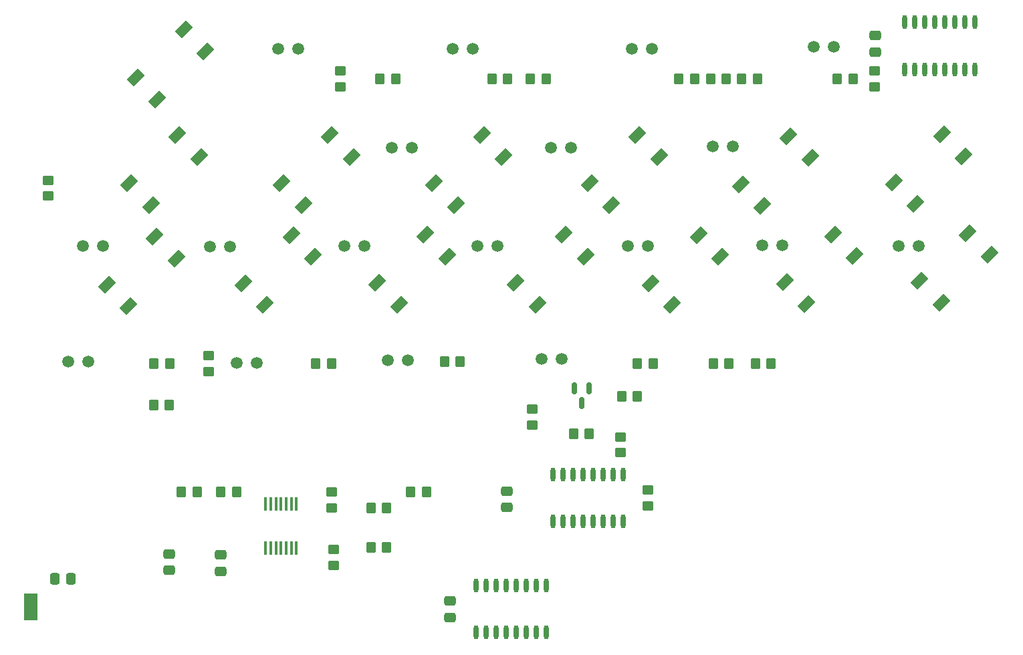
<source format=gbr>
%TF.GenerationSoftware,KiCad,Pcbnew,6.0.10+dfsg-1~bpo11+1*%
%TF.CreationDate,2023-03-07T10:26:52+00:00*%
%TF.ProjectId,CoverUI,436f7665-7255-4492-9e6b-696361645f70,rev?*%
%TF.SameCoordinates,Original*%
%TF.FileFunction,Paste,Top*%
%TF.FilePolarity,Positive*%
%FSLAX46Y46*%
G04 Gerber Fmt 4.6, Leading zero omitted, Abs format (unit mm)*
G04 Created by KiCad (PCBNEW 6.0.10+dfsg-1~bpo11+1) date 2023-03-07 10:26:52*
%MOMM*%
%LPD*%
G01*
G04 APERTURE LIST*
G04 Aperture macros list*
%AMRoundRect*
0 Rectangle with rounded corners*
0 $1 Rounding radius*
0 $2 $3 $4 $5 $6 $7 $8 $9 X,Y pos of 4 corners*
0 Add a 4 corners polygon primitive as box body*
4,1,4,$2,$3,$4,$5,$6,$7,$8,$9,$2,$3,0*
0 Add four circle primitives for the rounded corners*
1,1,$1+$1,$2,$3*
1,1,$1+$1,$4,$5*
1,1,$1+$1,$6,$7*
1,1,$1+$1,$8,$9*
0 Add four rect primitives between the rounded corners*
20,1,$1+$1,$2,$3,$4,$5,0*
20,1,$1+$1,$4,$5,$6,$7,0*
20,1,$1+$1,$6,$7,$8,$9,0*
20,1,$1+$1,$8,$9,$2,$3,0*%
%AMRotRect*
0 Rectangle, with rotation*
0 The origin of the aperture is its center*
0 $1 length*
0 $2 width*
0 $3 Rotation angle, in degrees counterclockwise*
0 Add horizontal line*
21,1,$1,$2,0,0,$3*%
G04 Aperture macros list end*
%ADD10RoundRect,0.250000X0.350000X0.450000X-0.350000X0.450000X-0.350000X-0.450000X0.350000X-0.450000X0*%
%ADD11O,0.600000X1.800000*%
%ADD12R,0.400000X1.700000*%
%ADD13RoundRect,0.250000X0.450000X-0.350000X0.450000X0.350000X-0.450000X0.350000X-0.450000X-0.350000X0*%
%ADD14C,1.520000*%
%ADD15RotRect,2.000000X1.200000X45.000000*%
%ADD16RoundRect,0.250000X-0.350000X-0.450000X0.350000X-0.450000X0.350000X0.450000X-0.350000X0.450000X0*%
%ADD17RoundRect,0.250000X-0.450000X0.350000X-0.450000X-0.350000X0.450000X-0.350000X0.450000X0.350000X0*%
%ADD18RoundRect,0.250000X0.475000X-0.337500X0.475000X0.337500X-0.475000X0.337500X-0.475000X-0.337500X0*%
%ADD19RoundRect,0.150000X-0.150000X0.587500X-0.150000X-0.587500X0.150000X-0.587500X0.150000X0.587500X0*%
%ADD20RoundRect,0.250000X-0.337500X-0.475000X0.337500X-0.475000X0.337500X0.475000X-0.337500X0.475000X0*%
%ADD21R,1.700000X3.500000*%
G04 APERTURE END LIST*
D10*
%TO.C,R21*%
X84734400Y-114147600D03*
X82734400Y-114147600D03*
%TD*%
%TO.C,R15*%
X151231600Y-72796400D03*
X149231600Y-72796400D03*
%TD*%
D11*
%TO.C,U3*%
X133268800Y-128903200D03*
X134538800Y-128903200D03*
X135808800Y-128903200D03*
X137078800Y-128903200D03*
X138348800Y-128903200D03*
X139628800Y-128903200D03*
X140888800Y-128903200D03*
X142158800Y-128903200D03*
X142158800Y-122963200D03*
X140888800Y-122963200D03*
X139628800Y-122963200D03*
X138348800Y-122963200D03*
X137078800Y-122963200D03*
X135808800Y-122963200D03*
X134538800Y-122963200D03*
X133268800Y-122963200D03*
%TD*%
D12*
%TO.C,U5*%
X100801200Y-126635600D03*
X100151200Y-126635600D03*
X99501200Y-126635600D03*
X98851200Y-126635600D03*
X98201200Y-126635600D03*
X97551200Y-126635600D03*
X96901200Y-126635600D03*
X96901200Y-132235600D03*
X97551200Y-132235600D03*
X98201200Y-132235600D03*
X98851200Y-132235600D03*
X99501200Y-132235600D03*
X100151200Y-132235600D03*
X100801200Y-132235600D03*
%TD*%
D13*
%TO.C,R6*%
X105252000Y-127152400D03*
X105252000Y-125152400D03*
%TD*%
D14*
%TO.C,D1013*%
X159752000Y-93887000D03*
X162292000Y-93887000D03*
%TD*%
%TO.C,D1016*%
X93272000Y-108777000D03*
X95812000Y-108777000D03*
%TD*%
D11*
%TO.C,U2*%
X177820400Y-71600800D03*
X179090400Y-71600800D03*
X180360400Y-71600800D03*
X181630400Y-71600800D03*
X182900400Y-71600800D03*
X184180400Y-71600800D03*
X185440400Y-71600800D03*
X186710400Y-71600800D03*
X186710400Y-65660800D03*
X185440400Y-65660800D03*
X184180400Y-65660800D03*
X182900400Y-65660800D03*
X181630400Y-65660800D03*
X180360400Y-65660800D03*
X179090400Y-65660800D03*
X177820400Y-65660800D03*
%TD*%
D10*
%TO.C,R8*%
X112252000Y-127152400D03*
X110252000Y-127152400D03*
%TD*%
D13*
%TO.C,R3*%
X174056800Y-73796400D03*
X174056800Y-71796400D03*
%TD*%
D15*
%TO.C,SW12*%
X128577583Y-98648701D03*
X134658701Y-92567583D03*
X131335299Y-101406417D03*
X137416417Y-95325299D03*
%TD*%
D16*
%TO.C,R14*%
X130406400Y-72796400D03*
X132406400Y-72796400D03*
%TD*%
D17*
%TO.C,R17*%
X145288000Y-124898400D03*
X145288000Y-126898400D03*
%TD*%
D10*
%TO.C,R4*%
X144000000Y-113000000D03*
X142000000Y-113000000D03*
%TD*%
D18*
%TO.C,C3*%
X174091600Y-69414300D03*
X174091600Y-67339300D03*
%TD*%
D15*
%TO.C,SW5*%
X137917583Y-86048701D03*
X143998701Y-79967583D03*
X140675299Y-88806417D03*
X146756417Y-82725299D03*
%TD*%
D14*
%TO.C,D1005*%
X112852000Y-81577000D03*
X115392000Y-81577000D03*
%TD*%
D10*
%TO.C,R10*%
X155600400Y-108864400D03*
X153600400Y-108864400D03*
%TD*%
D16*
%TO.C,R25*%
X119564400Y-108661200D03*
X121564400Y-108661200D03*
%TD*%
D10*
%TO.C,R23*%
X84769200Y-108864400D03*
X82769200Y-108864400D03*
%TD*%
D13*
%TO.C,R30*%
X141884400Y-120160800D03*
X141884400Y-118160800D03*
%TD*%
D14*
%TO.C,D1012*%
X142742000Y-94007000D03*
X145282000Y-94007000D03*
%TD*%
D19*
%TO.C,Q1*%
X137906800Y-111990900D03*
X136006800Y-111990900D03*
X136956800Y-113865900D03*
%TD*%
D20*
%TO.C,C1001*%
X70214500Y-136152400D03*
X72289500Y-136152400D03*
%TD*%
D14*
%TO.C,D1002*%
X120632000Y-69037000D03*
X123172000Y-69037000D03*
%TD*%
%TO.C,D1006*%
X133062000Y-81527000D03*
X135602000Y-81527000D03*
%TD*%
D15*
%TO.C,SW8*%
X179707583Y-98418701D03*
X185788701Y-92337583D03*
X182465299Y-101176417D03*
X188546417Y-95095299D03*
%TD*%
D10*
%TO.C,R2*%
X137906000Y-117805200D03*
X135906000Y-117805200D03*
%TD*%
D13*
%TO.C,R22*%
X69342000Y-87648800D03*
X69342000Y-85648800D03*
%TD*%
D15*
%TO.C,SW2*%
X79627583Y-86048701D03*
X85708701Y-79967583D03*
X82385299Y-88806417D03*
X88466417Y-82725299D03*
%TD*%
%TO.C,SW9*%
X76787583Y-98878701D03*
X82868701Y-92797583D03*
X79545299Y-101636417D03*
X85626417Y-95555299D03*
%TD*%
D11*
%TO.C,U4*%
X123515200Y-142924000D03*
X124785200Y-142924000D03*
X126055200Y-142924000D03*
X127325200Y-142924000D03*
X128595200Y-142924000D03*
X129875200Y-142924000D03*
X131135200Y-142924000D03*
X132405200Y-142924000D03*
X132405200Y-136984000D03*
X131135200Y-136984000D03*
X129875200Y-136984000D03*
X128595200Y-136984000D03*
X127325200Y-136984000D03*
X126055200Y-136984000D03*
X124785200Y-136984000D03*
X123515200Y-136984000D03*
%TD*%
D15*
%TO.C,SW1*%
X80437583Y-72648701D03*
X86518701Y-66567583D03*
X83195299Y-75406417D03*
X89276417Y-69325299D03*
%TD*%
D13*
%TO.C,R29*%
X105506000Y-134464800D03*
X105506000Y-132464800D03*
%TD*%
D17*
%TO.C,R20*%
X89712800Y-107864400D03*
X89712800Y-109864400D03*
%TD*%
D15*
%TO.C,SW13*%
X145637583Y-98698701D03*
X151718701Y-92617583D03*
X148395299Y-101456417D03*
X154476417Y-95375299D03*
%TD*%
D18*
%TO.C,C1*%
X120243600Y-141020800D03*
X120243600Y-138945800D03*
%TD*%
D10*
%TO.C,R11*%
X160934400Y-108864400D03*
X158934400Y-108864400D03*
%TD*%
D14*
%TO.C,D1007*%
X153562000Y-81407000D03*
X156102000Y-81407000D03*
%TD*%
D13*
%TO.C,R27*%
X106406400Y-73796400D03*
X106406400Y-71796400D03*
%TD*%
D14*
%TO.C,D1017*%
X112392000Y-108497000D03*
X114932000Y-108497000D03*
%TD*%
%TO.C,D1014*%
X177042000Y-93947000D03*
X179582000Y-93947000D03*
%TD*%
%TO.C,D1010*%
X106892000Y-93947000D03*
X109432000Y-93947000D03*
%TD*%
D10*
%TO.C,R1*%
X117252000Y-125152400D03*
X115252000Y-125152400D03*
%TD*%
D15*
%TO.C,SW14*%
X162647583Y-98588701D03*
X168728701Y-92507583D03*
X165405299Y-101346417D03*
X171486417Y-95265299D03*
%TD*%
D13*
%TO.C,R7*%
X130708400Y-116636800D03*
X130708400Y-114636800D03*
%TD*%
D14*
%TO.C,D1018*%
X131862000Y-108317000D03*
X134402000Y-108317000D03*
%TD*%
D15*
%TO.C,SW6*%
X157047583Y-86158701D03*
X163128701Y-80077583D03*
X159805299Y-88916417D03*
X165886417Y-82835299D03*
%TD*%
D10*
%TO.C,R28*%
X113406400Y-72796400D03*
X111406400Y-72796400D03*
%TD*%
D14*
%TO.C,D1001*%
X98472000Y-69037000D03*
X101012000Y-69037000D03*
%TD*%
%TO.C,D1004*%
X166332000Y-68757000D03*
X168872000Y-68757000D03*
%TD*%
%TO.C,D1008*%
X73787000Y-93947000D03*
X76327000Y-93947000D03*
%TD*%
D16*
%TO.C,R18*%
X144000000Y-108864400D03*
X146000000Y-108864400D03*
%TD*%
D18*
%TO.C,C1003*%
X84683600Y-135077200D03*
X84683600Y-133002200D03*
%TD*%
D15*
%TO.C,SW11*%
X111057583Y-98648701D03*
X117138701Y-92567583D03*
X113815299Y-101406417D03*
X119896417Y-95325299D03*
%TD*%
D10*
%TO.C,R12*%
X155260800Y-72796400D03*
X153260800Y-72796400D03*
%TD*%
%TO.C,R19*%
X88252000Y-125152400D03*
X86252000Y-125152400D03*
%TD*%
D16*
%TO.C,R9*%
X110252000Y-132152400D03*
X112252000Y-132152400D03*
%TD*%
D18*
%TO.C,C1002*%
X91252000Y-135189900D03*
X91252000Y-133114900D03*
%TD*%
D10*
%TO.C,R26*%
X93252000Y-125152400D03*
X91252000Y-125152400D03*
%TD*%
D14*
%TO.C,D1015*%
X71932000Y-108607000D03*
X74472000Y-108607000D03*
%TD*%
%TO.C,D1011*%
X123722000Y-94007000D03*
X126262000Y-94007000D03*
%TD*%
D18*
%TO.C,C2*%
X127457200Y-127093800D03*
X127457200Y-125018800D03*
%TD*%
D10*
%TO.C,R24*%
X105276400Y-108915200D03*
X103276400Y-108915200D03*
%TD*%
D14*
%TO.C,D1009*%
X89822000Y-94067000D03*
X92362000Y-94067000D03*
%TD*%
D10*
%TO.C,R13*%
X127558800Y-72796400D03*
X125558800Y-72796400D03*
%TD*%
D15*
%TO.C,SW10*%
X94077583Y-98698701D03*
X100158701Y-92617583D03*
X96835299Y-101456417D03*
X102916417Y-95375299D03*
%TD*%
D10*
%TO.C,R16*%
X159207200Y-72796400D03*
X157207200Y-72796400D03*
%TD*%
D15*
%TO.C,SW7*%
X176457583Y-85928701D03*
X182538701Y-79847583D03*
X179215299Y-88686417D03*
X185296417Y-82605299D03*
%TD*%
%TO.C,SW3*%
X98927583Y-86048701D03*
X105008701Y-79967583D03*
X101685299Y-88806417D03*
X107766417Y-82725299D03*
%TD*%
D10*
%TO.C,R5*%
X171313600Y-72796400D03*
X169313600Y-72796400D03*
%TD*%
D14*
%TO.C,D1003*%
X143252000Y-69037000D03*
X145792000Y-69037000D03*
%TD*%
D15*
%TO.C,SW4*%
X118217583Y-86048701D03*
X124298701Y-79967583D03*
X120975299Y-88806417D03*
X127056417Y-82725299D03*
%TD*%
D21*
%TO.C,U1*%
X67208400Y-139736400D03*
%TD*%
M02*

</source>
